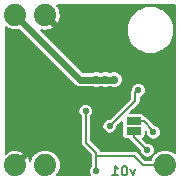
<source format=gbr>
G04 #@! TF.FileFunction,Copper,L2,Bot,Signal*
%FSLAX46Y46*%
G04 Gerber Fmt 4.6, Leading zero omitted, Abs format (unit mm)*
G04 Created by KiCad (PCBNEW 4.0.6) date 07/21/17 14:00:03*
%MOMM*%
%LPD*%
G01*
G04 APERTURE LIST*
%ADD10C,0.100000*%
%ADD11C,0.203200*%
%ADD12R,1.270000X0.635000*%
%ADD13C,1.879600*%
%ADD14C,0.711200*%
%ADD15C,0.558800*%
%ADD16C,0.609600*%
G04 APERTURE END LIST*
D10*
D11*
X74881619Y-85423829D02*
X74688095Y-85965695D01*
X74494571Y-85423829D01*
X74030114Y-85152895D02*
X73952705Y-85152895D01*
X73875295Y-85191600D01*
X73836590Y-85230305D01*
X73797886Y-85307714D01*
X73759181Y-85462533D01*
X73759181Y-85656057D01*
X73797886Y-85810876D01*
X73836590Y-85888286D01*
X73875295Y-85926990D01*
X73952705Y-85965695D01*
X74030114Y-85965695D01*
X74107524Y-85926990D01*
X74146228Y-85888286D01*
X74184933Y-85810876D01*
X74223638Y-85656057D01*
X74223638Y-85462533D01*
X74184933Y-85307714D01*
X74146228Y-85230305D01*
X74107524Y-85191600D01*
X74030114Y-85152895D01*
X72985086Y-85965695D02*
X73449543Y-85965695D01*
X73217314Y-85965695D02*
X73217314Y-85152895D01*
X73294724Y-85269010D01*
X73372133Y-85346419D01*
X73449543Y-85385124D01*
D12*
X74803000Y-81381600D03*
X74803000Y-82194400D03*
D13*
X64770000Y-85090000D03*
X67310000Y-85090000D03*
X77470000Y-85090000D03*
X67310000Y-72390000D03*
X64770000Y-72390000D03*
D14*
X72110592Y-80772000D03*
X66802000Y-78867000D03*
X70485000Y-76073000D03*
X77851000Y-78105000D03*
X72136000Y-83058000D03*
X70993000Y-79375000D03*
X68199000Y-77470000D03*
X64262000Y-80264000D03*
X64389000Y-76200000D03*
X72771000Y-73533000D03*
X72771000Y-72009000D03*
D15*
X76454006Y-82296000D03*
D14*
X71628008Y-77851000D03*
X72389997Y-77850997D03*
X73152000Y-77851000D03*
D15*
X71628000Y-85598000D03*
X70739000Y-80518000D03*
X75946000Y-83820000D03*
X75184000Y-78740000D03*
X72771000Y-81787992D03*
D11*
X76454006Y-82194406D02*
X76454006Y-82296000D01*
X74803000Y-81381600D02*
X75641200Y-81381600D01*
X75641200Y-81381600D02*
X76454006Y-82194406D01*
D16*
X64770000Y-72390000D02*
X70231000Y-77851000D01*
X71628011Y-77850997D02*
X71628008Y-77851000D01*
X72389997Y-77850997D02*
X71628011Y-77850997D01*
X71125114Y-77851000D02*
X71628008Y-77851000D01*
X70231000Y-77851000D02*
X71125114Y-77851000D01*
X72390000Y-77851000D02*
X72389997Y-77850997D01*
X73152000Y-77851000D02*
X72390000Y-77851000D01*
D11*
X77470000Y-85090000D02*
X75565000Y-85090000D01*
X75565000Y-85090000D02*
X74803000Y-84328000D01*
X74803000Y-84328000D02*
X71628000Y-84328000D01*
X71628000Y-84328000D02*
X71628000Y-85598000D01*
X70739000Y-80518000D02*
X70739000Y-83185000D01*
X70739000Y-83185000D02*
X71628000Y-84074000D01*
X71628000Y-84074000D02*
X71628000Y-85598000D01*
X75907900Y-83820000D02*
X75946000Y-83820000D01*
X74803000Y-82715100D02*
X75907900Y-83820000D01*
X74803000Y-82194400D02*
X74803000Y-82715100D01*
X72771000Y-81787992D02*
X72771008Y-81787992D01*
X72771008Y-81787992D02*
X74904601Y-79654399D01*
X74904601Y-79654399D02*
X74904601Y-79019399D01*
X74904601Y-79019399D02*
X75184000Y-78740000D01*
G36*
X78309400Y-84097294D02*
X78204743Y-83992454D01*
X77728801Y-83794826D01*
X77213460Y-83794376D01*
X76737174Y-83991173D01*
X76372454Y-84355257D01*
X76257208Y-84632800D01*
X75754378Y-84632800D01*
X75126289Y-84004711D01*
X74977963Y-83905602D01*
X74803000Y-83870800D01*
X72031530Y-83870800D01*
X71951289Y-83750711D01*
X71196200Y-82995622D01*
X71196200Y-81913747D01*
X72135890Y-81913747D01*
X72232360Y-82147220D01*
X72410832Y-82326005D01*
X72644137Y-82422881D01*
X72896755Y-82423102D01*
X73130228Y-82326632D01*
X73309013Y-82148160D01*
X73405889Y-81914855D01*
X73405990Y-81799588D01*
X73805434Y-81400144D01*
X73805434Y-81699100D01*
X73822776Y-81791263D01*
X73805434Y-81876900D01*
X73805434Y-82511900D01*
X73830230Y-82643677D01*
X73908110Y-82764707D01*
X74026942Y-82845901D01*
X74168000Y-82874466D01*
X74377500Y-82874466D01*
X74380602Y-82890063D01*
X74479711Y-83038389D01*
X75310957Y-83869635D01*
X75310890Y-83945755D01*
X75407360Y-84179228D01*
X75585832Y-84358013D01*
X75819137Y-84454889D01*
X76071755Y-84455110D01*
X76305228Y-84358640D01*
X76484013Y-84180168D01*
X76580889Y-83946863D01*
X76581110Y-83694245D01*
X76484640Y-83460772D01*
X76306168Y-83281987D01*
X76072863Y-83185111D01*
X75919456Y-83184977D01*
X75578522Y-82844043D01*
X75690807Y-82771790D01*
X75772001Y-82652958D01*
X75800566Y-82511900D01*
X75800566Y-82187544D01*
X75819085Y-82206063D01*
X75818896Y-82421755D01*
X75915366Y-82655228D01*
X76093838Y-82834013D01*
X76327143Y-82930889D01*
X76579761Y-82931110D01*
X76813234Y-82834640D01*
X76992019Y-82656168D01*
X77088895Y-82422863D01*
X77089116Y-82170245D01*
X76992646Y-81936772D01*
X76814174Y-81757987D01*
X76580869Y-81661111D01*
X76567277Y-81661099D01*
X75964489Y-81058311D01*
X75816163Y-80959202D01*
X75779454Y-80951900D01*
X75775770Y-80932323D01*
X75697890Y-80811293D01*
X75579058Y-80730099D01*
X75438000Y-80701534D01*
X74504044Y-80701534D01*
X75227890Y-79977688D01*
X75326999Y-79829362D01*
X75361801Y-79654399D01*
X75361801Y-79353605D01*
X75543228Y-79278640D01*
X75722013Y-79100168D01*
X75818889Y-78866863D01*
X75819110Y-78614245D01*
X75722640Y-78380772D01*
X75544168Y-78201987D01*
X75310863Y-78105111D01*
X75058245Y-78104890D01*
X74824772Y-78201360D01*
X74645987Y-78379832D01*
X74549111Y-78613137D01*
X74548996Y-78744474D01*
X74482203Y-78844436D01*
X74447401Y-79019399D01*
X74447401Y-79465021D01*
X72759440Y-81152982D01*
X72645245Y-81152882D01*
X72411772Y-81249352D01*
X72232987Y-81427824D01*
X72136111Y-81661129D01*
X72135890Y-81913747D01*
X71196200Y-81913747D01*
X71196200Y-80958840D01*
X71277013Y-80878168D01*
X71373889Y-80644863D01*
X71374110Y-80392245D01*
X71277640Y-80158772D01*
X71099168Y-79979987D01*
X70865863Y-79883111D01*
X70613245Y-79882890D01*
X70379772Y-79979360D01*
X70200987Y-80157832D01*
X70104111Y-80391137D01*
X70103890Y-80643755D01*
X70200360Y-80877228D01*
X70281800Y-80958811D01*
X70281800Y-83185000D01*
X70316602Y-83359963D01*
X70415711Y-83508289D01*
X71170800Y-84263378D01*
X71170800Y-85157160D01*
X71089987Y-85237832D01*
X70993111Y-85471137D01*
X70992890Y-85723755D01*
X71077862Y-85929400D01*
X68302706Y-85929400D01*
X68407546Y-85824743D01*
X68605174Y-85348801D01*
X68605624Y-84833460D01*
X68408827Y-84357174D01*
X68044743Y-83992454D01*
X67568801Y-83794826D01*
X67053460Y-83794376D01*
X66577174Y-83991173D01*
X66212454Y-84355257D01*
X66044005Y-84760927D01*
X66041963Y-84734240D01*
X65920973Y-84442146D01*
X65742141Y-84333385D01*
X64985526Y-85090000D01*
X64999669Y-85104143D01*
X64784143Y-85319669D01*
X64770000Y-85305526D01*
X64755858Y-85319669D01*
X64540332Y-85104143D01*
X64554474Y-85090000D01*
X64540332Y-85075858D01*
X64755858Y-84860332D01*
X64770000Y-84874474D01*
X65526615Y-84117859D01*
X65417854Y-83939027D01*
X64928081Y-83778716D01*
X64414240Y-83818037D01*
X64122146Y-83939027D01*
X64013386Y-84117857D01*
X63945241Y-84049712D01*
X63930600Y-84064353D01*
X63930600Y-73382706D01*
X64035257Y-73487546D01*
X64511199Y-73685174D01*
X65026540Y-73685624D01*
X65100937Y-73654884D01*
X69764026Y-78317973D01*
X69856605Y-78379832D01*
X69978276Y-78461130D01*
X70231000Y-78511400D01*
X71363880Y-78511400D01*
X71485921Y-78562076D01*
X71768854Y-78562323D01*
X71892104Y-78511397D01*
X72125869Y-78511397D01*
X72247910Y-78562073D01*
X72530843Y-78562320D01*
X72654078Y-78511400D01*
X72887872Y-78511400D01*
X73009913Y-78562076D01*
X73292846Y-78562323D01*
X73554336Y-78454277D01*
X73754574Y-78254388D01*
X73863076Y-77993087D01*
X73863323Y-77710154D01*
X73755277Y-77448664D01*
X73555388Y-77248426D01*
X73294087Y-77139924D01*
X73011154Y-77139677D01*
X72887912Y-77190600D01*
X72654132Y-77190600D01*
X72532084Y-77139921D01*
X72249151Y-77139674D01*
X72125909Y-77190597D01*
X71892129Y-77190597D01*
X71770095Y-77139924D01*
X71487162Y-77139677D01*
X71363920Y-77190600D01*
X70504547Y-77190600D01*
X67371333Y-74057386D01*
X74193052Y-74057386D01*
X74497895Y-74795163D01*
X75061868Y-75360121D01*
X75799111Y-75666251D01*
X76597386Y-75666948D01*
X77335163Y-75362105D01*
X77900121Y-74798132D01*
X78206251Y-74060889D01*
X78206948Y-73262614D01*
X77902105Y-72524837D01*
X77338132Y-71959879D01*
X76600889Y-71653749D01*
X75802614Y-71653052D01*
X75064837Y-71957895D01*
X74499879Y-72521868D01*
X74193749Y-73259111D01*
X74193052Y-74057386D01*
X67371333Y-74057386D01*
X66948720Y-73634773D01*
X67151919Y-73701284D01*
X67665760Y-73661963D01*
X67957854Y-73540973D01*
X68066615Y-73362141D01*
X67310000Y-72605526D01*
X67295858Y-72619669D01*
X67080332Y-72404143D01*
X67094474Y-72390000D01*
X67080332Y-72375858D01*
X67295858Y-72160332D01*
X67310000Y-72174474D01*
X67324143Y-72160332D01*
X67539669Y-72375858D01*
X67525526Y-72390000D01*
X68282141Y-73146615D01*
X68460973Y-73037854D01*
X68621284Y-72548081D01*
X68581963Y-72034240D01*
X68460973Y-71742146D01*
X68282143Y-71633386D01*
X68350288Y-71565241D01*
X68335647Y-71550600D01*
X78309400Y-71550600D01*
X78309400Y-84097294D01*
X78309400Y-84097294D01*
G37*
X78309400Y-84097294D02*
X78204743Y-83992454D01*
X77728801Y-83794826D01*
X77213460Y-83794376D01*
X76737174Y-83991173D01*
X76372454Y-84355257D01*
X76257208Y-84632800D01*
X75754378Y-84632800D01*
X75126289Y-84004711D01*
X74977963Y-83905602D01*
X74803000Y-83870800D01*
X72031530Y-83870800D01*
X71951289Y-83750711D01*
X71196200Y-82995622D01*
X71196200Y-81913747D01*
X72135890Y-81913747D01*
X72232360Y-82147220D01*
X72410832Y-82326005D01*
X72644137Y-82422881D01*
X72896755Y-82423102D01*
X73130228Y-82326632D01*
X73309013Y-82148160D01*
X73405889Y-81914855D01*
X73405990Y-81799588D01*
X73805434Y-81400144D01*
X73805434Y-81699100D01*
X73822776Y-81791263D01*
X73805434Y-81876900D01*
X73805434Y-82511900D01*
X73830230Y-82643677D01*
X73908110Y-82764707D01*
X74026942Y-82845901D01*
X74168000Y-82874466D01*
X74377500Y-82874466D01*
X74380602Y-82890063D01*
X74479711Y-83038389D01*
X75310957Y-83869635D01*
X75310890Y-83945755D01*
X75407360Y-84179228D01*
X75585832Y-84358013D01*
X75819137Y-84454889D01*
X76071755Y-84455110D01*
X76305228Y-84358640D01*
X76484013Y-84180168D01*
X76580889Y-83946863D01*
X76581110Y-83694245D01*
X76484640Y-83460772D01*
X76306168Y-83281987D01*
X76072863Y-83185111D01*
X75919456Y-83184977D01*
X75578522Y-82844043D01*
X75690807Y-82771790D01*
X75772001Y-82652958D01*
X75800566Y-82511900D01*
X75800566Y-82187544D01*
X75819085Y-82206063D01*
X75818896Y-82421755D01*
X75915366Y-82655228D01*
X76093838Y-82834013D01*
X76327143Y-82930889D01*
X76579761Y-82931110D01*
X76813234Y-82834640D01*
X76992019Y-82656168D01*
X77088895Y-82422863D01*
X77089116Y-82170245D01*
X76992646Y-81936772D01*
X76814174Y-81757987D01*
X76580869Y-81661111D01*
X76567277Y-81661099D01*
X75964489Y-81058311D01*
X75816163Y-80959202D01*
X75779454Y-80951900D01*
X75775770Y-80932323D01*
X75697890Y-80811293D01*
X75579058Y-80730099D01*
X75438000Y-80701534D01*
X74504044Y-80701534D01*
X75227890Y-79977688D01*
X75326999Y-79829362D01*
X75361801Y-79654399D01*
X75361801Y-79353605D01*
X75543228Y-79278640D01*
X75722013Y-79100168D01*
X75818889Y-78866863D01*
X75819110Y-78614245D01*
X75722640Y-78380772D01*
X75544168Y-78201987D01*
X75310863Y-78105111D01*
X75058245Y-78104890D01*
X74824772Y-78201360D01*
X74645987Y-78379832D01*
X74549111Y-78613137D01*
X74548996Y-78744474D01*
X74482203Y-78844436D01*
X74447401Y-79019399D01*
X74447401Y-79465021D01*
X72759440Y-81152982D01*
X72645245Y-81152882D01*
X72411772Y-81249352D01*
X72232987Y-81427824D01*
X72136111Y-81661129D01*
X72135890Y-81913747D01*
X71196200Y-81913747D01*
X71196200Y-80958840D01*
X71277013Y-80878168D01*
X71373889Y-80644863D01*
X71374110Y-80392245D01*
X71277640Y-80158772D01*
X71099168Y-79979987D01*
X70865863Y-79883111D01*
X70613245Y-79882890D01*
X70379772Y-79979360D01*
X70200987Y-80157832D01*
X70104111Y-80391137D01*
X70103890Y-80643755D01*
X70200360Y-80877228D01*
X70281800Y-80958811D01*
X70281800Y-83185000D01*
X70316602Y-83359963D01*
X70415711Y-83508289D01*
X71170800Y-84263378D01*
X71170800Y-85157160D01*
X71089987Y-85237832D01*
X70993111Y-85471137D01*
X70992890Y-85723755D01*
X71077862Y-85929400D01*
X68302706Y-85929400D01*
X68407546Y-85824743D01*
X68605174Y-85348801D01*
X68605624Y-84833460D01*
X68408827Y-84357174D01*
X68044743Y-83992454D01*
X67568801Y-83794826D01*
X67053460Y-83794376D01*
X66577174Y-83991173D01*
X66212454Y-84355257D01*
X66044005Y-84760927D01*
X66041963Y-84734240D01*
X65920973Y-84442146D01*
X65742141Y-84333385D01*
X64985526Y-85090000D01*
X64999669Y-85104143D01*
X64784143Y-85319669D01*
X64770000Y-85305526D01*
X64755858Y-85319669D01*
X64540332Y-85104143D01*
X64554474Y-85090000D01*
X64540332Y-85075858D01*
X64755858Y-84860332D01*
X64770000Y-84874474D01*
X65526615Y-84117859D01*
X65417854Y-83939027D01*
X64928081Y-83778716D01*
X64414240Y-83818037D01*
X64122146Y-83939027D01*
X64013386Y-84117857D01*
X63945241Y-84049712D01*
X63930600Y-84064353D01*
X63930600Y-73382706D01*
X64035257Y-73487546D01*
X64511199Y-73685174D01*
X65026540Y-73685624D01*
X65100937Y-73654884D01*
X69764026Y-78317973D01*
X69856605Y-78379832D01*
X69978276Y-78461130D01*
X70231000Y-78511400D01*
X71363880Y-78511400D01*
X71485921Y-78562076D01*
X71768854Y-78562323D01*
X71892104Y-78511397D01*
X72125869Y-78511397D01*
X72247910Y-78562073D01*
X72530843Y-78562320D01*
X72654078Y-78511400D01*
X72887872Y-78511400D01*
X73009913Y-78562076D01*
X73292846Y-78562323D01*
X73554336Y-78454277D01*
X73754574Y-78254388D01*
X73863076Y-77993087D01*
X73863323Y-77710154D01*
X73755277Y-77448664D01*
X73555388Y-77248426D01*
X73294087Y-77139924D01*
X73011154Y-77139677D01*
X72887912Y-77190600D01*
X72654132Y-77190600D01*
X72532084Y-77139921D01*
X72249151Y-77139674D01*
X72125909Y-77190597D01*
X71892129Y-77190597D01*
X71770095Y-77139924D01*
X71487162Y-77139677D01*
X71363920Y-77190600D01*
X70504547Y-77190600D01*
X67371333Y-74057386D01*
X74193052Y-74057386D01*
X74497895Y-74795163D01*
X75061868Y-75360121D01*
X75799111Y-75666251D01*
X76597386Y-75666948D01*
X77335163Y-75362105D01*
X77900121Y-74798132D01*
X78206251Y-74060889D01*
X78206948Y-73262614D01*
X77902105Y-72524837D01*
X77338132Y-71959879D01*
X76600889Y-71653749D01*
X75802614Y-71653052D01*
X75064837Y-71957895D01*
X74499879Y-72521868D01*
X74193749Y-73259111D01*
X74193052Y-74057386D01*
X67371333Y-74057386D01*
X66948720Y-73634773D01*
X67151919Y-73701284D01*
X67665760Y-73661963D01*
X67957854Y-73540973D01*
X68066615Y-73362141D01*
X67310000Y-72605526D01*
X67295858Y-72619669D01*
X67080332Y-72404143D01*
X67094474Y-72390000D01*
X67080332Y-72375858D01*
X67295858Y-72160332D01*
X67310000Y-72174474D01*
X67324143Y-72160332D01*
X67539669Y-72375858D01*
X67525526Y-72390000D01*
X68282141Y-73146615D01*
X68460973Y-73037854D01*
X68621284Y-72548081D01*
X68581963Y-72034240D01*
X68460973Y-71742146D01*
X68282143Y-71633386D01*
X68350288Y-71565241D01*
X68335647Y-71550600D01*
X78309400Y-71550600D01*
X78309400Y-84097294D01*
M02*

</source>
